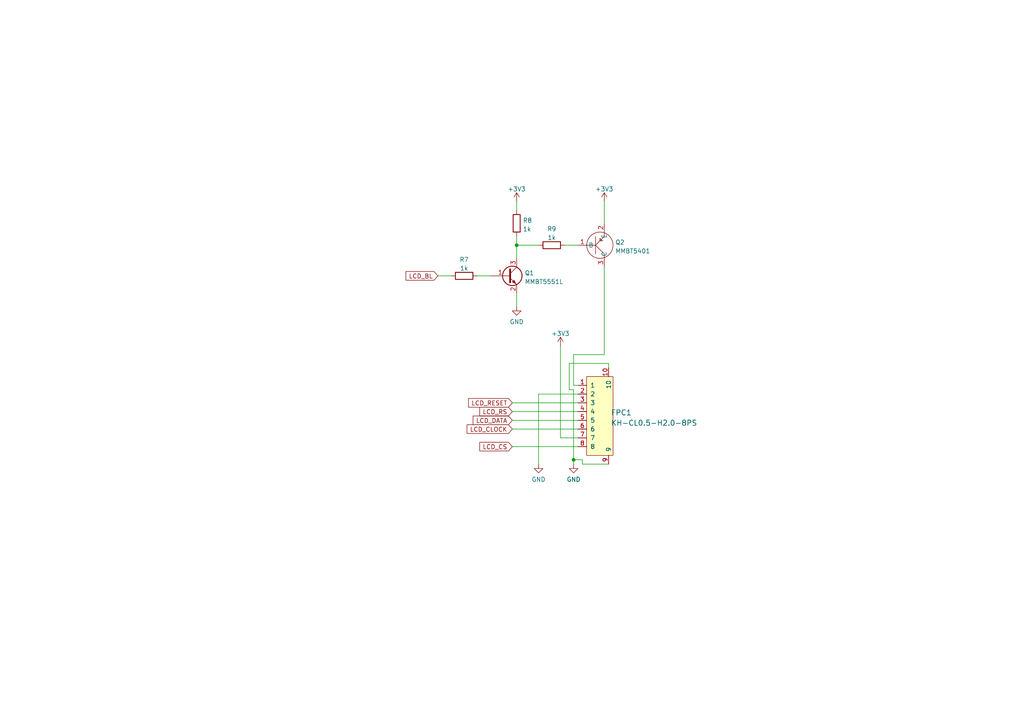
<source format=kicad_sch>
(kicad_sch (version 20211123) (generator eeschema)
  (paper "A4")
  (lib_symbols
    (symbol "01_LCSC_CUSTOM:ST7735_PCB_Connector" (pin_names (offset 1.016))
      (property "Reference" "FPC?" (at 0 19.05 0))
      (property "Value" "ST7735_PCB_Connector" (at 0 -19.05 0))
      (symbol "ST7735_PCB_Connector_1_1"
        (rectangle (start -1.27 11.43) (end 6.35 -11.43) (fill (type background)))
        (pin unspecified line (at -3.81 8.89 0) (length 2.54) (name "1") (number "1"))
        (pin unspecified line (at 5.08 13.97 270) (length 2.54) (name "10") (number "10"))
        (pin unspecified line (at -3.81 6.35 0) (length 2.54) (name "2") (number "2"))
        (pin unspecified line (at -3.81 3.81 0) (length 2.54) (name "3") (number "3"))
        (pin unspecified line (at -3.81 1.27 0) (length 2.54) (name "4") (number "4"))
        (pin unspecified line (at -3.81 -1.27 0) (length 2.54) (name "5") (number "5"))
        (pin unspecified line (at -3.81 -3.81 0) (length 2.54) (name "6") (number "6"))
        (pin unspecified line (at -3.81 -6.35 0) (length 2.54) (name "7") (number "7"))
        (pin unspecified line (at -3.81 -8.89 0) (length 2.54) (name "8") (number "8"))
        (pin unspecified line (at 5.08 -13.97 90) (length 2.54) (name "9") (number "9"))
      )
    )
    (symbol "Custom Integrated Circuit:MMBT5401"
      (property "Reference" "Q" (at -6.35 3.81 0))
      (property "Value" "MMBT5401" (at -6.35 6.35 0))
      (symbol "MMBT5401_0_1"
        (polyline (pts (xy -3.81 0) (xy -1.27 0)))
        (polyline (pts (xy -1.27 -1.27) (xy -1.27 2.54) (xy -1.27 -2.54)))
        (polyline (pts (xy 0 -1.27) (xy 0 -1.651) (xy 0 -2.032) (xy 0.762 -1.27) (xy 0 -1.27)))
        (polyline (pts (xy 1.27 -3.81) (xy 1.27 -2.54) (xy -1.27 0) (xy 1.27 2.54) (xy 1.27 3.81)))
        (circle (center 0 0) (radius 3.81))
      )
      (symbol "MMBT5401_1_1"
        (pin input line (at -6.35 0 0) (length 2.54) (name "B") (number "1"))
        (pin input line (at 1.27 -6.35 90) (length 2.54) (name "E") (number "2"))
        (pin input line (at 1.27 6.35 270) (length 2.54) (name "C") (number "3"))
      )
    )
    (symbol "Device:R" (pin_numbers hide) (pin_names (offset 0))
      (property "Reference" "R" (at 2.032 0 90))
      (property "Value" "R" (at 0 0 90))
      (symbol "R_0_1"
        (rectangle (start -1.016 -2.54) (end 1.016 2.54) (stroke (width 0.254)))
      )
      (symbol "R_1_1"
        (pin passive line (at 0 3.81 270) (length 1.27) (name "~") (number "1"))
        (pin passive line (at 0 -3.81 90) (length 1.27) (name "~") (number "2"))
      )
    )
    (symbol "Transistor_BJT:MMBT5551L" (pin_names (offset 0) hide)
      (property "Reference" "Q" (at 5.08 1.905 0))
      (property "Value" "MMBT5551L" (at 5.08 0 0))
      (symbol "MMBT5551L_0_1"
        (polyline (pts (xy 0.635 0.635) (xy 2.54 2.54)))
        (polyline (pts (xy 0.635 -0.635) (xy 2.54 -2.54) (xy 2.54 -2.54)))
        (polyline (pts (xy 0.635 1.905) (xy 0.635 -1.905) (xy 0.635 -1.905)) (stroke (width 0.508)))
        (polyline (pts (xy 1.27 -1.778) (xy 1.778 -1.27) (xy 2.286 -2.286) (xy 1.27 -1.778) (xy 1.27 -1.778)) (fill (type outline)))
        (circle (center 1.27 0) (radius 2.8194) (stroke (width 0.254)))
      )
      (symbol "MMBT5551L_1_1"
        (pin input line (at -5.08 0 0) (length 5.715) (name "B") (number "1"))
        (pin passive line (at 2.54 -5.08 90) (length 2.54) (name "E") (number "2"))
        (pin passive line (at 2.54 5.08 270) (length 2.54) (name "C") (number "3"))
      )
    )
    (symbol "power:+3V3" (power) (pin_names (offset 0))
      (property "Value" "+3V3" (at 0 3.556 0))
      (symbol "+3V3_0_1"
        (polyline (pts (xy -0.762 1.27) (xy 0 2.54)))
        (polyline (pts (xy 0 0) (xy 0 2.54)))
        (polyline (pts (xy 0 2.54) (xy 0.762 1.27)))
      )
      (symbol "+3V3_1_1"
        (pin power_in line (at 0 0 90) (length 0) hide (name "+3V3") (number "1"))
      )
    )
    (symbol "power:GND" (power) (pin_names (offset 0))
      (property "Value" "GND" (at 0 -3.81 0))
      (symbol "GND_0_1"
        (polyline (pts (xy 0 0) (xy 0 -1.27) (xy 1.27 -1.27) (xy 0 -2.54) (xy -1.27 -1.27) (xy 0 -1.27)))
      )
      (symbol "GND_1_1"
        (pin power_in line (at 0 0 270) (length 0) hide (name "GND") (number "1"))
      )
    )
  )
  (junction (at 149.86 71.12))
  (junction (at 166.37 133.35))
  (wire (pts (xy 166.37 134.62) (xy 166.37 133.35)))
  (wire (pts (xy 167.64 114.3) (xy 156.21 114.3)))
  (wire (pts (xy 148.59 119.38) (xy 167.64 119.38)))
  (wire (pts (xy 168.91 134.62) (xy 176.53 134.62)))
  (wire (pts (xy 127 80.01) (xy 130.81 80.01)))
  (wire (pts (xy 156.21 114.3) (xy 156.21 134.62)))
  (wire (pts (xy 149.86 71.12) (xy 149.86 74.93)))
  (wire (pts (xy 166.37 133.35) (xy 166.37 113.03)))
  (wire (pts (xy 149.86 85.09) (xy 149.86 88.9)))
  (wire (pts (xy 167.64 127) (xy 162.56 127)))
  (wire (pts (xy 175.26 58.42) (xy 175.26 64.77)))
  (wire (pts (xy 149.86 71.12) (xy 156.21 71.12)))
  (wire (pts (xy 165.1 105.41) (xy 165.1 113.03)))
  (wire (pts (xy 149.86 68.58) (xy 149.86 71.12)))
  (wire (pts (xy 165.1 105.41) (xy 176.53 105.41)))
  (wire (pts (xy 166.37 113.03) (xy 165.1 113.03)))
  (wire (pts (xy 162.56 100.33) (xy 162.56 127)))
  (wire (pts (xy 148.59 121.92) (xy 167.64 121.92)))
  (wire (pts (xy 176.53 106.68) (xy 176.53 105.41)))
  (wire (pts (xy 163.83 71.12) (xy 167.64 71.12)))
  (wire (pts (xy 168.91 133.35) (xy 166.37 133.35)))
  (wire (pts (xy 148.59 124.46) (xy 167.64 124.46)))
  (wire (pts (xy 148.59 129.54) (xy 167.64 129.54)))
  (wire (pts (xy 175.26 102.87) (xy 166.37 102.87)))
  (wire (pts (xy 166.37 111.76) (xy 167.64 111.76)))
  (wire (pts (xy 138.43 80.01) (xy 142.24 80.01)))
  (wire (pts (xy 168.91 134.62) (xy 168.91 133.35)))
  (wire (pts (xy 175.26 77.47) (xy 175.26 102.87)))
  (wire (pts (xy 166.37 102.87) (xy 166.37 111.76)))
  (wire (pts (xy 148.59 116.84) (xy 167.64 116.84)))
  (wire (pts (xy 149.86 58.42) (xy 149.86 60.96)))
  (global_label "LCD_DATA" (shape input) (at 148.59 121.92 180) (property "Intersheet References" "${INTERSHEET_REFS}" (effects hide)))
  (global_label "LCD_RESET" (shape input) (at 148.59 116.84 180) (property "Intersheet References" "${INTERSHEET_REFS}" (effects hide)))
  (global_label "LCD_CLOCK" (shape input) (at 148.59 124.46 180) (property "Intersheet References" "${INTERSHEET_REFS}" (effects hide)))
  (global_label "LCD_RS" (shape input) (at 148.59 119.38 180) (property "Intersheet References" "${INTERSHEET_REFS}" (effects hide)))
  (global_label "LCD_CS" (shape input) (at 148.59 129.54 180) (property "Intersheet References" "${INTERSHEET_REFS}" (effects hide)))
  (global_label "LCD_BL" (shape input) (at 127 80.01 180) (property "Intersheet References" "${INTERSHEET_REFS}" (effects hide)))
  (symbol (lib_id "power:GND") (at 156.21 134.62 0) (unit 1)
    (property "Reference" "#PWR0127" (effects hide))
    (property "Value" "GND" (at 156.21 139.0634 0))
  )
  (symbol (lib_id "power:+3V3") (at 175.26 58.42 0) (unit 1)
    (property "Reference" "#PWR0126" (effects hide))
    (property "Value" "+3V3" (at 175.26 54.8442 0))
  )
  (symbol (lib_id "power:GND") (at 149.86 88.9 0) (unit 1)
    (property "Reference" "#PWR0124" (effects hide))
    (property "Value" "GND" (at 149.86 93.3434 0))
  )
  (symbol (lib_id "Custom Integrated Circuit:MMBT5401") (at 173.99 71.12 0) (mirror x) (unit 1)
    (property "Reference" "Q2" (at 178.435 70.2853 0) (effects (justify left)))
    (property "Value" "MMBT5401" (at 178.435 72.8222 0) (effects (justify left)))
    (property "Footprint" "Package_TO_SOT_SMD:SOT-23" (effects hide))
  )
  (symbol (lib_id "power:GND") (at 166.37 134.62 0) (unit 1)
    (property "Reference" "#PWR0128" (effects hide))
    (property "Value" "GND" (at 166.37 139.0634 0))
  )
  (symbol (lib_id "Device:R") (at 134.62 80.01 90) (unit 1)
    (property "Reference" "R7" (at 134.62 75.2942 90))
    (property "Value" "1k" (at 134.62 77.8311 90))
    (property "Footprint" "Resistor_SMD:R_0402_1005Metric_Pad0.72x0.64mm_HandSolder" (effects hide))
  )
  (symbol (lib_id "Transistor_BJT:MMBT5551L") (at 147.32 80.01 0) (unit 1)
    (property "Reference" "Q1" (at 152.1714 79.1753 0) (effects (justify left)))
    (property "Value" "MMBT5551L" (at 152.1714 81.7122 0) (effects (justify left)))
    (property "Footprint" "Package_TO_SOT_SMD:SOT-23" (effects hide))
    (property "Datasheet" "www.onsemi.com/pub/Collateral/MMBT5550LT1-D.PDF" (effects hide))
  )
  (symbol (lib_id "power:+3V3") (at 162.56 100.33 0) (unit 1)
    (property "Reference" "#PWR0123" (effects hide))
    (property "Value" "+3V3" (at 162.56 96.7542 0))
  )
  (symbol (lib_id "Device:R") (at 160.02 71.12 90) (unit 1)
    (property "Reference" "R9" (at 160.02 66.4042 90))
    (property "Value" "1k" (at 160.02 68.9411 90))
    (property "Footprint" "Resistor_SMD:R_0402_1005Metric_Pad0.72x0.64mm_HandSolder" (effects hide))
  )
  (symbol (lib_id "Device:R") (at 149.86 64.77 0) (unit 1)
    (property "Reference" "R8" (at 151.638 63.9353 0) (effects (justify left)))
    (property "Value" "1k" (at 151.638 66.4722 0) (effects (justify left)))
    (property "Footprint" "Resistor_SMD:R_0402_1005Metric_Pad0.72x0.64mm_HandSolder" (effects hide))
  )
  (symbol (lib_id "power:+3V3") (at 149.86 58.42 0) (unit 1)
    (property "Reference" "#PWR0125" (effects hide))
    (property "Value" "+3V3" (at 149.86 54.8442 0))
  )
  (symbol (lib_id "01_LCSC_CUSTOM:ST7735_PCB_Connector") (at 171.45 120.65 0) (unit 1)
    (property "Reference" "FPC1" (at 177.165 119.6738 0) (effects (font (size 1.524 1.524)) (justify left)))
    (property "Value" "KH-CL0.5-H2.0-8PS" (at 177.165 122.6672 0) (effects (font (size 1.524 1.524)) (justify left)))
    (property "Footprint" "01_LCSC_CUSTOM:ST7735_PCB_Connector" (effects hide))
    (property "Datasheet" "https://lcsc.com/product-detail/Others_JUSHUO-AFC07-S08ECA-00_C262581.html" (effects hide))
    (property "Manufacturer" "JUSHUO" (effects hide))
    (property "LCSC Part" "C262581" (effects hide))
    (property "JLC Part" "Extended Part" (effects hide))
  )
)
</source>
